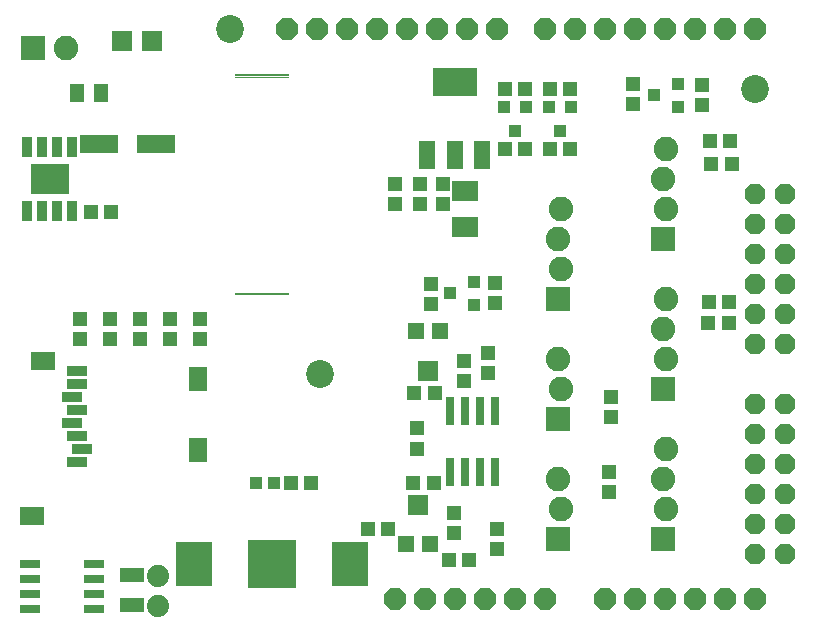
<source format=gbr>
G04 EAGLE Gerber RS-274X export*
G75*
%MOMM*%
%FSLAX34Y34*%
%LPD*%
%INSoldermask Top*%
%IPPOS*%
%AMOC8*
5,1,8,0,0,1.08239X$1,22.5*%
G01*
%ADD10C,2.362200*%
%ADD11R,4.655819X0.084838*%
%ADD12R,4.655819X0.084581*%
%ADD13P,2.034460X8X22.500000*%
%ADD14R,2.082800X2.082800*%
%ADD15C,2.082800*%
%ADD16P,1.869504X8X292.500000*%
%ADD17R,2.103200X1.603200*%
%ADD18R,1.603200X2.003200*%
%ADD19R,1.703200X0.903200*%
%ADD20R,1.303200X1.203200*%
%ADD21R,1.283200X1.253200*%
%ADD22R,0.803200X2.403200*%
%ADD23R,1.253200X1.283200*%
%ADD24R,1.703200X1.803200*%
%ADD25R,1.403200X1.403200*%
%ADD26R,0.853200X1.728200*%
%ADD27R,3.303200X2.603200*%
%ADD28R,1.203200X1.303200*%
%ADD29R,3.203200X1.603200*%
%ADD30R,1.303200X1.603200*%
%ADD31R,0.990600X1.092200*%
%ADD32P,1.869504X8X112.500000*%
%ADD33R,1.092200X0.990600*%
%ADD34R,1.753200X0.803200*%
%ADD35R,1.727200X1.727200*%
%ADD36R,2.203200X1.703200*%
%ADD37R,1.422400X2.438400*%
%ADD38R,3.803200X2.403200*%
%ADD39R,3.103200X3.703200*%
%ADD40R,4.163200X4.163200*%
%ADD41R,2.003200X1.203200*%
%ADD42C,1.879600*%
%ADD43R,1.003200X1.003200*%


D10*
X635000Y457200D03*
X190500Y508000D03*
X266700Y215900D03*
D11*
X217579Y281912D03*
D12*
X217579Y282759D03*
X217579Y283605D03*
D11*
X217579Y284452D03*
D12*
X217579Y466485D03*
D11*
X217579Y467332D03*
D12*
X217579Y468179D03*
X217579Y469025D03*
D13*
X533400Y508000D03*
X508000Y25400D03*
X558800Y508000D03*
X584200Y508000D03*
X609600Y508000D03*
X635000Y508000D03*
X508000Y508000D03*
X482600Y508000D03*
X457200Y508000D03*
X416560Y508000D03*
X391160Y508000D03*
X365760Y508000D03*
X340360Y508000D03*
X314960Y508000D03*
X289560Y508000D03*
X264160Y508000D03*
X238760Y508000D03*
X533400Y25400D03*
X558800Y25400D03*
X584200Y25400D03*
X609600Y25400D03*
X635000Y25400D03*
X457200Y25400D03*
X431800Y25400D03*
X406400Y25400D03*
X381000Y25400D03*
X355600Y25400D03*
X330200Y25400D03*
D14*
X468630Y177800D03*
D15*
X471170Y203200D03*
X468630Y228600D03*
D14*
X468630Y76200D03*
D15*
X471170Y101600D03*
X468630Y127000D03*
D14*
X557530Y76200D03*
D15*
X560070Y101600D03*
X557530Y127000D03*
X560070Y152400D03*
D16*
X660400Y190500D03*
X635000Y190500D03*
X660400Y165100D03*
X635000Y165100D03*
X660400Y139700D03*
X635000Y139700D03*
X660400Y114300D03*
X635000Y114300D03*
X660400Y88900D03*
X635000Y88900D03*
X660400Y63500D03*
X635000Y63500D03*
D17*
X32240Y227140D03*
X23240Y95140D03*
D18*
X163240Y211140D03*
X163240Y151140D03*
D19*
X61240Y218140D03*
X61240Y207140D03*
X57240Y196140D03*
X61240Y185140D03*
X57240Y174140D03*
X61240Y163140D03*
X65240Y152140D03*
X61240Y141140D03*
D20*
X114300Y245500D03*
X114300Y262500D03*
X88900Y245500D03*
X88900Y262500D03*
X139700Y245500D03*
X139700Y262500D03*
X165100Y245500D03*
X165100Y262500D03*
D21*
X63500Y245250D03*
X63500Y262750D03*
D20*
X513080Y179460D03*
X513080Y196460D03*
X511810Y132960D03*
X511810Y115960D03*
D22*
X389890Y132750D03*
X389890Y184750D03*
X377190Y132750D03*
X402590Y132750D03*
X415290Y132750D03*
X377190Y184750D03*
X402590Y184750D03*
X415290Y184750D03*
D20*
X388620Y209940D03*
X388620Y226940D03*
X380154Y98246D03*
X380154Y81246D03*
D23*
X363080Y123190D03*
X345580Y123190D03*
X364350Y199390D03*
X346850Y199390D03*
D24*
X350097Y105170D03*
D25*
X340097Y71920D03*
X360097Y71920D03*
D24*
X358140Y218680D03*
D25*
X368140Y251930D03*
X348140Y251930D03*
D14*
X24130Y491490D03*
D15*
X52070Y491490D03*
D26*
X19050Y353880D03*
X31750Y353880D03*
X44450Y353880D03*
X57150Y353880D03*
X57150Y408120D03*
X44450Y408120D03*
X31750Y408120D03*
X19050Y408120D03*
D27*
X38100Y381000D03*
D28*
X89780Y353060D03*
X72780Y353060D03*
D29*
X128140Y410210D03*
X80140Y410210D03*
D30*
X81120Y453390D03*
X61120Y453390D03*
D14*
X468630Y279400D03*
D15*
X471170Y304800D03*
X468630Y330200D03*
X471170Y355600D03*
D31*
X479806Y441960D03*
X460502Y441960D03*
X470154Y421640D03*
D28*
X461400Y457200D03*
X478400Y457200D03*
X478400Y406400D03*
X461400Y406400D03*
D31*
X441706Y441960D03*
X422402Y441960D03*
X432054Y421640D03*
D28*
X423300Y457200D03*
X440300Y457200D03*
X423300Y406400D03*
X440300Y406400D03*
D32*
X635000Y241300D03*
X660400Y241300D03*
X635000Y266700D03*
X660400Y266700D03*
X635000Y292100D03*
X660400Y292100D03*
X635000Y317500D03*
X660400Y317500D03*
X635000Y342900D03*
X660400Y342900D03*
X635000Y368300D03*
X660400Y368300D03*
D14*
X557530Y203200D03*
D15*
X560070Y228600D03*
X557530Y254000D03*
X560070Y279400D03*
D14*
X557530Y330200D03*
D15*
X560070Y355600D03*
X557530Y381000D03*
X560070Y406400D03*
D33*
X569807Y442213D03*
X569807Y461517D03*
X549487Y451865D03*
X397510Y274574D03*
X397510Y293878D03*
X377190Y284226D03*
D20*
X531707Y461466D03*
X531707Y444466D03*
X590126Y460619D03*
X590126Y443619D03*
X360680Y291710D03*
X360680Y274710D03*
X415290Y292980D03*
X415290Y275980D03*
D34*
X75160Y16510D03*
X75160Y29210D03*
X75160Y41910D03*
X75160Y54610D03*
X21160Y54610D03*
X21160Y41910D03*
X21160Y29210D03*
X21160Y16510D03*
D35*
X124460Y497840D03*
X99060Y497840D03*
D20*
X351790Y376800D03*
X351790Y359800D03*
X330200Y359800D03*
X330200Y376800D03*
D21*
X370840Y359550D03*
X370840Y377050D03*
D36*
X389890Y340600D03*
X389890Y370600D03*
D37*
X357886Y400812D03*
X381000Y400812D03*
X404114Y400812D03*
D38*
X381000Y462790D03*
D28*
X596020Y276860D03*
X613020Y276860D03*
D23*
X613270Y259080D03*
X595770Y259080D03*
D28*
X614290Y412750D03*
X597290Y412750D03*
D23*
X598310Y393700D03*
X615810Y393700D03*
D20*
X408940Y216290D03*
X408940Y233290D03*
X416982Y84700D03*
X416982Y67700D03*
D21*
X349250Y170040D03*
X349250Y152540D03*
D39*
X292037Y55028D03*
X160037Y55028D03*
D40*
X226037Y55028D03*
D41*
X107516Y45767D03*
X107516Y20267D03*
D42*
X129527Y19470D03*
X129527Y44870D03*
D28*
X307275Y84658D03*
X324275Y84658D03*
X375853Y58430D03*
X392853Y58430D03*
X242088Y123601D03*
X259088Y123601D03*
D43*
X227611Y123601D03*
X212611Y123601D03*
M02*

</source>
